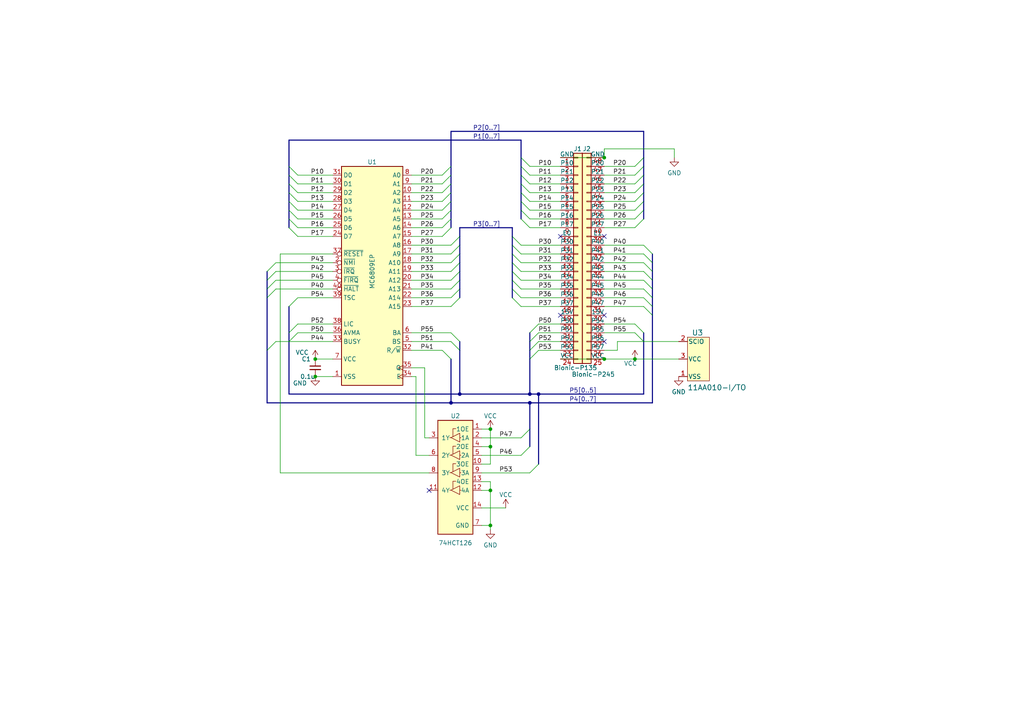
<source format=kicad_sch>
(kicad_sch (version 20230121) (generator eeschema)
  (paper "A4")
  (title_block (title "BionicMC6809E") (date "2022-01-18") (rev "3") (company "Tadashi G. Takaoka"))
  (lib_symbols
    (symbol "0-LocalLibrary:11AA010-I_TO" (pin_names (offset 0.254))
      (property "Reference" "U" (at 2.54 1.27 0))
      (property "Value" "11AA010-I/TO" (at 3.81 -13.97 0))
      (symbol "11AA010-I_TO_1_1"
        (rectangle (start 0 0) (end 6.35 -12.7) (fill (type background)))
        (pin power_in line (at -2.54 -11.43 0) (length 2.54) (name "VSS") (number "1"))
        (pin bidirectional line (at -2.54 -1.27 0) (length 2.54) (name "SCIO") (number "2"))
        (pin power_in line (at -2.54 -6.35 0) (length 2.54) (name "VCC") (number "3"))
      )
    )
    (symbol "0-LocalLibrary:74HCT126" (pin_names (offset 1.016))
      (property "Reference" "U" (at 0 16.51 0))
      (property "Value" "74HCT126" (at 0 -19.05 0))
      (symbol "74HCT126_0_1"
        (polyline (pts (xy -1.2954 10.2108) (xy -1.6002 10.2108)))
        (polyline (pts (xy 1.2954 10.2362) (xy 1.651 10.2362)))
        (polyline (pts (xy 0.7112 10.5664) (xy 0.7112 12.827) (xy -0.127 12.827) (xy -0.1016 12.827)))
      )
      (symbol "74HCT126_1_0"
        (polyline (pts (xy 1.27 10.2362) (xy -1.27 11.5062) (xy -1.27 8.9662) (xy 1.27 10.2362)) (stroke (width 0.1524)))
        (pin input line (at -7.62 12.7 0) (length 2.54) (name "1OE") (number "1"))
        (pin input line (at -7.62 2.54 0) (length 2.54) (name "3OE") (number "10"))
        (pin tri_state line (at 7.62 -5.08 180) (length 2.54) (name "4Y") (number "11"))
        (pin input line (at -7.62 -5.08 0) (length 2.54) (name "4A") (number "12"))
        (pin input line (at -7.62 -2.54 0) (length 2.54) (name "4OE") (number "13"))
        (pin power_in line (at -7.62 -10.16 0) (length 2.54) (name "VCC") (number "14"))
        (pin input line (at -7.62 10.16 0) (length 2.54) (name "1A") (number "2"))
        (pin tri_state line (at 7.62 10.16 180) (length 2.54) (name "1Y") (number "3"))
        (pin input line (at -7.62 7.62 0) (length 2.54) (name "2OE") (number "4"))
        (pin input line (at -7.62 5.08 0) (length 2.54) (name "2A") (number "5"))
        (pin tri_state line (at 7.62 5.08 180) (length 2.54) (name "2Y") (number "6"))
        (pin power_in line (at -7.62 -15.24 0) (length 2.54) (name "GND") (number "7"))
        (pin tri_state line (at 7.62 0 180) (length 2.54) (name "3Y") (number "8"))
        (pin input line (at -7.62 0 0) (length 2.54) (name "3A") (number "9"))
      )
      (symbol "74HCT126_1_1"
        (rectangle (start -5.08 15.24) (end 5.08 -17.78) (stroke (width 0.254)) (fill (type background)))
        (polyline (pts (xy -1.2954 -5.0292) (xy -1.6002 -5.0292)))
        (polyline (pts (xy -1.2954 0.0508) (xy -1.6002 0.0508)))
        (polyline (pts (xy -1.2954 5.1308) (xy -1.6002 5.1308)))
        (polyline (pts (xy 1.2954 -5.0038) (xy 1.651 -5.0038)))
        (polyline (pts (xy 1.2954 0.0762) (xy 1.651 0.0762)))
        (polyline (pts (xy 1.2954 5.1562) (xy 1.651 5.1562)))
        (polyline (pts (xy 0.7112 -4.6736) (xy 0.7112 -2.413) (xy -0.127 -2.413) (xy -0.1016 -2.413)))
        (polyline (pts (xy 0.7112 0.4064) (xy 0.7112 2.667) (xy -0.127 2.667) (xy -0.1016 2.667)))
        (polyline (pts (xy 0.7112 5.4864) (xy 0.7112 7.747) (xy -0.127 7.747) (xy -0.1016 7.747)))
        (polyline (pts (xy 1.27 -5.0038) (xy -1.27 -3.7338) (xy -1.27 -6.2738) (xy 1.27 -5.0038)) (stroke (width 0.1524)))
        (polyline (pts (xy 1.27 0.0762) (xy -1.27 1.3462) (xy -1.27 -1.1938) (xy 1.27 0.0762)) (stroke (width 0.1524)))
        (polyline (pts (xy 1.27 5.1562) (xy -1.27 6.4262) (xy -1.27 3.8862) (xy 1.27 5.1562)) (stroke (width 0.1524)))
      )
    )
    (symbol "0-LocalLibrary:Bionic-P135" (pin_names (offset 0))
      (property "Reference" "J" (at 0 30.48 0))
      (property "Value" "Bionic-P135" (at -1.27 -33.02 0))
      (symbol "Bionic-P135_1_1"
        (rectangle (start -1.27 -30.353) (end 0 -30.607) (stroke (width 0.1524)))
        (rectangle (start -1.27 -27.813) (end 0 -28.067) (stroke (width 0.1524)))
        (rectangle (start -1.27 -25.273) (end 0 -25.527) (stroke (width 0.1524)))
        (rectangle (start -1.27 -22.733) (end 0 -22.987) (stroke (width 0.1524)))
        (rectangle (start -1.27 -20.193) (end 0 -20.447) (stroke (width 0.1524)))
        (rectangle (start -1.27 -17.653) (end 0 -17.907) (stroke (width 0.1524)))
        (rectangle (start -1.27 -15.113) (end 0 -15.367) (stroke (width 0.1524)))
        (rectangle (start -1.27 -12.573) (end 0 -12.827) (stroke (width 0.1524)))
        (rectangle (start -1.27 -10.033) (end 0 -10.287) (stroke (width 0.1524)))
        (rectangle (start -1.27 -7.493) (end 0 -7.747) (stroke (width 0.1524)))
        (rectangle (start -1.27 -4.953) (end 0 -5.207) (stroke (width 0.1524)))
        (rectangle (start -1.27 -2.413) (end 0 -2.667) (stroke (width 0.1524)))
        (rectangle (start -1.27 0.127) (end 0 -0.127) (stroke (width 0.1524)))
        (rectangle (start -1.27 2.667) (end 0 2.413) (stroke (width 0.1524)))
        (rectangle (start -1.27 5.207) (end 0 4.953) (stroke (width 0.1524)))
        (rectangle (start -1.27 7.747) (end 0 7.493) (stroke (width 0.1524)))
        (rectangle (start -1.27 10.287) (end 0 10.033) (stroke (width 0.1524)))
        (rectangle (start -1.27 12.827) (end 0 12.573) (stroke (width 0.1524)))
        (rectangle (start -1.27 15.367) (end 0 15.113) (stroke (width 0.1524)))
        (rectangle (start -1.27 17.907) (end 0 17.653) (stroke (width 0.1524)))
        (rectangle (start -1.27 20.447) (end 0 20.193) (stroke (width 0.1524)))
        (rectangle (start -1.27 22.987) (end 0 22.733) (stroke (width 0.1524)))
        (rectangle (start -1.27 25.527) (end 0 25.273) (stroke (width 0.1524)))
        (rectangle (start -1.27 28.067) (end 0 27.813) (stroke (width 0.1524)))
        (rectangle (start -1.27 29.21) (end 1.27 -31.75) (stroke (width 0.254)) (fill (type background)))
        (pin power_out line (at -5.08 27.94 0) (length 3.81) (name "GND") (number "1"))
        (pin bidirectional line (at -5.08 5.08 0) (length 3.81) (name "E0") (number "10"))
        (pin bidirectional line (at -5.08 2.54 0) (length 3.81) (name "P30") (number "11"))
        (pin bidirectional line (at -5.08 0 0) (length 3.81) (name "P31") (number "12"))
        (pin bidirectional line (at -5.08 -2.54 0) (length 3.81) (name "P32") (number "13"))
        (pin bidirectional line (at -5.08 -5.08 0) (length 3.81) (name "P33") (number "14"))
        (pin bidirectional line (at -5.08 -7.62 0) (length 3.81) (name "P34") (number "15"))
        (pin bidirectional line (at -5.08 -10.16 0) (length 3.81) (name "P35") (number "16"))
        (pin bidirectional line (at -5.08 -12.7 0) (length 3.81) (name "P36") (number "17"))
        (pin bidirectional line (at -5.08 -15.24 0) (length 3.81) (name "P37") (number "18"))
        (pin power_out line (at -5.08 -17.78 0) (length 3.81) (name "15V") (number "19"))
        (pin bidirectional line (at -5.08 25.4 0) (length 3.81) (name "P10") (number "2"))
        (pin bidirectional line (at -5.08 -20.32 0) (length 3.81) (name "P50") (number "20"))
        (pin bidirectional line (at -5.08 -22.86 0) (length 3.81) (name "P51") (number "21"))
        (pin bidirectional line (at -5.08 -25.4 0) (length 3.81) (name "P52") (number "22"))
        (pin bidirectional line (at -5.08 -27.94 0) (length 3.81) (name "P53") (number "23"))
        (pin power_out line (at -5.08 -30.48 0) (length 3.81) (name "VCC") (number "24"))
        (pin bidirectional line (at -5.08 22.86 0) (length 3.81) (name "P11") (number "3"))
        (pin bidirectional line (at -5.08 20.32 0) (length 3.81) (name "P12") (number "4"))
        (pin bidirectional line (at -5.08 17.78 0) (length 3.81) (name "P13") (number "5"))
        (pin bidirectional line (at -5.08 15.24 0) (length 3.81) (name "P14") (number "6"))
        (pin bidirectional line (at -5.08 12.7 0) (length 3.81) (name "P15") (number "7"))
        (pin bidirectional line (at -5.08 10.16 0) (length 3.81) (name "P16") (number "8"))
        (pin bidirectional line (at -5.08 7.62 0) (length 3.81) (name "P17") (number "9"))
      )
    )
    (symbol "0-LocalLibrary:Bionic-P245" (pin_names (offset 0))
      (property "Reference" "J" (at -3.81 30.48 0))
      (property "Value" "Bionic-P245" (at -1.27 -33.02 0))
      (symbol "Bionic-P245_1_1"
        (rectangle (start -5.08 -31.75) (end -2.54 29.21) (stroke (width 0.254)) (fill (type background)))
        (rectangle (start -3.81 -30.607) (end -2.54 -30.353) (stroke (width 0.1524)))
        (rectangle (start -3.81 -28.067) (end -2.54 -27.813) (stroke (width 0.1524)))
        (rectangle (start -3.81 -25.527) (end -2.54 -25.273) (stroke (width 0.1524)))
        (rectangle (start -3.81 -22.987) (end -2.54 -22.733) (stroke (width 0.1524)))
        (rectangle (start -3.81 -20.447) (end -2.54 -20.193) (stroke (width 0.1524)))
        (rectangle (start -3.81 -17.907) (end -2.54 -17.653) (stroke (width 0.1524)))
        (rectangle (start -3.81 -15.367) (end -2.54 -15.113) (stroke (width 0.1524)))
        (rectangle (start -3.81 -12.827) (end -2.54 -12.573) (stroke (width 0.1524)))
        (rectangle (start -3.81 -10.287) (end -2.54 -10.033) (stroke (width 0.1524)))
        (rectangle (start -3.81 -7.747) (end -2.54 -7.493) (stroke (width 0.1524)))
        (rectangle (start -3.81 -5.207) (end -2.54 -4.953) (stroke (width 0.1524)))
        (rectangle (start -3.81 -2.667) (end -2.54 -2.413) (stroke (width 0.1524)))
        (rectangle (start -3.81 -0.127) (end -2.54 0.127) (stroke (width 0.1524)))
        (rectangle (start -3.81 2.413) (end -2.54 2.667) (stroke (width 0.1524)))
        (rectangle (start -3.81 4.953) (end -2.54 5.207) (stroke (width 0.1524)))
        (rectangle (start -3.81 7.493) (end -2.54 7.747) (stroke (width 0.1524)))
        (rectangle (start -3.81 10.033) (end -2.54 10.287) (stroke (width 0.1524)))
        (rectangle (start -3.81 12.573) (end -2.54 12.827) (stroke (width 0.1524)))
        (rectangle (start -3.81 15.113) (end -2.54 15.367) (stroke (width 0.1524)))
        (rectangle (start -3.81 17.653) (end -2.54 17.907) (stroke (width 0.1524)))
        (rectangle (start -3.81 20.193) (end -2.54 20.447) (stroke (width 0.1524)))
        (rectangle (start -3.81 22.733) (end -2.54 22.987) (stroke (width 0.1524)))
        (rectangle (start -3.81 25.273) (end -2.54 25.527) (stroke (width 0.1524)))
        (rectangle (start -3.81 27.813) (end -2.54 28.067) (stroke (width 0.1524)))
        (pin power_in line (at 1.27 -30.48 180) (length 3.81) (name "VCC") (number "25"))
        (pin bidirectional line (at 1.27 -27.94 180) (length 3.81) (name "P57") (number "26"))
        (pin bidirectional line (at 1.27 -25.4 180) (length 3.81) (name "P56") (number "27"))
        (pin bidirectional line (at 1.27 -22.86 180) (length 3.81) (name "P55") (number "28"))
        (pin bidirectional line (at 1.27 -20.32 180) (length 3.81) (name "P54") (number "29"))
        (pin power_in line (at 1.27 -17.78 180) (length 3.81) (name "15V") (number "30"))
        (pin bidirectional line (at 1.27 -15.24 180) (length 3.81) (name "P47") (number "31"))
        (pin bidirectional line (at 1.27 -12.7 180) (length 3.81) (name "P46") (number "32"))
        (pin bidirectional line (at 1.27 -10.16 180) (length 3.81) (name "P45") (number "33"))
        (pin bidirectional line (at 1.27 -7.62 180) (length 3.81) (name "P44") (number "34"))
        (pin bidirectional line (at 1.27 -5.08 180) (length 3.81) (name "P43") (number "35"))
        (pin bidirectional line (at 1.27 -2.54 180) (length 3.81) (name "P42") (number "36"))
        (pin bidirectional line (at 1.27 0 180) (length 3.81) (name "P41") (number "37"))
        (pin bidirectional line (at 1.27 2.54 180) (length 3.81) (name "P40") (number "38"))
        (pin bidirectional line (at 1.27 5.08 180) (length 3.81) (name "E1") (number "39"))
        (pin bidirectional line (at 1.27 7.62 180) (length 3.81) (name "P27") (number "40"))
        (pin bidirectional line (at 1.27 10.16 180) (length 3.81) (name "P26") (number "41"))
        (pin bidirectional line (at 1.27 12.7 180) (length 3.81) (name "P25") (number "42"))
        (pin bidirectional line (at 1.27 15.24 180) (length 3.81) (name "P24") (number "43"))
        (pin bidirectional line (at 1.27 17.78 180) (length 3.81) (name "P23") (number "44"))
        (pin bidirectional line (at 1.27 20.32 180) (length 3.81) (name "P22") (number "45"))
        (pin bidirectional line (at 1.27 22.86 180) (length 3.81) (name "P21") (number "46"))
        (pin bidirectional line (at 1.27 25.4 180) (length 3.81) (name "P20") (number "47"))
        (pin power_in line (at 1.27 27.94 180) (length 3.81) (name "GND") (number "48"))
      )
    )
    (symbol "0-LocalLibrary:MC6809EP"
      (property "Reference" "U" (at 0 31.75 0))
      (property "Value" "MC6809EP" (at 0 5.08 90))
      (symbol "MC6809EP_0_1"
        (rectangle (start -8.89 -33.02) (end 8.89 30.48) (stroke (width 0.254)) (fill (type background)))
      )
      (symbol "MC6809EP_1_1"
        (pin power_in line (at -11.43 -30.48 0) (length 2.54) (name "VSS") (number "1"))
        (pin output line (at 11.43 22.86 180) (length 2.54) (name "A2") (number "10"))
        (pin output line (at 11.43 20.32 180) (length 2.54) (name "A3") (number "11"))
        (pin output line (at 11.43 17.78 180) (length 2.54) (name "A4") (number "12"))
        (pin output line (at 11.43 15.24 180) (length 2.54) (name "A5") (number "13"))
        (pin output line (at 11.43 12.7 180) (length 2.54) (name "A6") (number "14"))
        (pin output line (at 11.43 10.16 180) (length 2.54) (name "A7") (number "15"))
        (pin output line (at 11.43 7.62 180) (length 2.54) (name "A8") (number "16"))
        (pin output line (at 11.43 5.08 180) (length 2.54) (name "A9") (number "17"))
        (pin output line (at 11.43 2.54 180) (length 2.54) (name "A10") (number "18"))
        (pin output line (at 11.43 0 180) (length 2.54) (name "A11") (number "19"))
        (pin input inverted (at -11.43 2.54 0) (length 2.54) (name "~{NMI}") (number "2"))
        (pin output line (at 11.43 -2.54 180) (length 2.54) (name "A12") (number "20"))
        (pin output line (at 11.43 -5.08 180) (length 2.54) (name "A13") (number "21"))
        (pin output line (at 11.43 -7.62 180) (length 2.54) (name "A14") (number "22"))
        (pin output line (at 11.43 -10.16 180) (length 2.54) (name "A15") (number "23"))
        (pin bidirectional line (at -11.43 10.16 0) (length 2.54) (name "D7") (number "24"))
        (pin bidirectional line (at -11.43 12.7 0) (length 2.54) (name "D6") (number "25"))
        (pin bidirectional line (at -11.43 15.24 0) (length 2.54) (name "D5") (number "26"))
        (pin bidirectional line (at -11.43 17.78 0) (length 2.54) (name "D4") (number "27"))
        (pin bidirectional line (at -11.43 20.32 0) (length 2.54) (name "D3") (number "28"))
        (pin bidirectional line (at -11.43 22.86 0) (length 2.54) (name "D2") (number "29"))
        (pin input inverted (at -11.43 0 0) (length 2.54) (name "~{IRQ}") (number "3"))
        (pin bidirectional line (at -11.43 25.4 0) (length 2.54) (name "D1") (number "30"))
        (pin bidirectional line (at -11.43 27.94 0) (length 2.54) (name "D0") (number "31"))
        (pin output line (at 11.43 -22.86 180) (length 2.54) (name "R/~{W}") (number "32"))
        (pin output line (at -11.43 -20.32 0) (length 2.54) (name "BUSY") (number "33"))
        (pin input clock (at 11.43 -30.48 180) (length 2.54) (name "E") (number "34"))
        (pin input clock (at 11.43 -27.94 180) (length 2.54) (name "Q") (number "35"))
        (pin output line (at -11.43 -17.78 0) (length 2.54) (name "AVMA") (number "36"))
        (pin input inverted (at -11.43 5.08 0) (length 2.54) (name "~{RESET}") (number "37"))
        (pin output line (at -11.43 -15.24 0) (length 2.54) (name "LIC") (number "38"))
        (pin input line (at -11.43 -7.62 0) (length 2.54) (name "TSC") (number "39"))
        (pin input inverted (at -11.43 -2.54 0) (length 2.54) (name "~{FIRQ}") (number "4"))
        (pin input inverted (at -11.43 -5.08 0) (length 2.54) (name "~{HALT}") (number "40"))
        (pin output line (at 11.43 -20.32 180) (length 2.54) (name "BS") (number "5"))
        (pin output line (at 11.43 -17.78 180) (length 2.54) (name "BA") (number "6"))
        (pin power_in line (at -11.43 -25.4 0) (length 2.54) (name "VCC") (number "7"))
        (pin output line (at 11.43 27.94 180) (length 2.54) (name "A0") (number "8"))
        (pin output line (at 11.43 25.4 180) (length 2.54) (name "A1") (number "9"))
      )
    )
    (symbol "Device:C_Small" (pin_numbers hide) (pin_names (offset 0.254) hide)
      (property "Reference" "C" (at 0.254 1.778 0))
      (property "Value" "C_Small" (at 0.254 -2.032 0))
      (symbol "C_Small_0_1"
        (polyline (pts (xy -1.524 -0.508) (xy 1.524 -0.508)) (stroke (width 0.3302)))
        (polyline (pts (xy -1.524 0.508) (xy 1.524 0.508)) (stroke (width 0.3048)))
      )
      (symbol "C_Small_1_1"
        (pin passive line (at 0 2.54 270) (length 2.032) (name "~") (number "1"))
        (pin passive line (at 0 -2.54 90) (length 2.032) (name "~") (number "2"))
      )
    )
    (symbol "GND_1" (power) (pin_names (offset 0))
      (property "Value" "GND_1" (at 0 -3.81 0))
      (symbol "GND_1_0_1"
        (polyline (pts (xy 0 0) (xy 0 -1.27) (xy 1.27 -1.27) (xy 0 -2.54) (xy -1.27 -1.27) (xy 0 -1.27)))
      )
      (symbol "GND_1_1_1"
        (pin power_in line (at 0 0 270) (length 0) hide (name "GND") (number "1"))
      )
    )
    (symbol "VCC_1" (power) (pin_names (offset 0))
      (property "Value" "VCC_1" (at 0 3.81 0))
      (symbol "VCC_1_0_1"
        (polyline (pts (xy -0.762 1.27) (xy 0 2.54)))
        (polyline (pts (xy 0 0) (xy 0 2.54)))
        (polyline (pts (xy 0 2.54) (xy 0.762 1.27)))
      )
      (symbol "VCC_1_1_1"
        (pin power_in line (at 0 0 90) (length 0) hide (name "VCC") (number "1"))
      )
    )
  )
  (junction (at 153.67 114.3))
  (junction (at 142.24 152.4))
  (junction (at 133.35 114.3))
  (junction (at 142.24 142.24))
  (junction (at 184.15 104.14))
  (junction (at 91.44 104.14))
  (junction (at 130.81 116.84))
  (junction (at 175.26 45.72))
  (junction (at 175.26 104.14))
  (junction (at 156.21 114.3))
  (junction (at 142.24 124.46))
  (junction (at 91.44 109.22))
  (junction (at 142.24 129.54))
  (junction (at 153.67 116.84))
  (no_connect (at 162.56 91.44))
  (no_connect (at 175.26 99.06))
  (no_connect (at 162.56 68.58))
  (no_connect (at 124.46 142.24))
  (no_connect (at 175.26 68.58))
  (no_connect (at 175.26 91.44))
  (bus_entry (at 130.81 53.34) (size -2.54 2.54))
  (bus_entry (at 186.69 76.2) (size 2.54 2.54))
  (bus_entry (at 130.81 104.14) (size -2.54 -2.54))
  (bus_entry (at 148.59 86.36) (size 2.54 2.54))
  (bus_entry (at 153.67 124.46) (size -2.54 2.54))
  (bus_entry (at 130.81 55.88) (size -2.54 2.54))
  (bus_entry (at 133.35 99.06) (size -2.54 -2.54))
  (bus_entry (at 156.21 101.6) (size -2.54 2.54))
  (bus_entry (at 130.81 63.5) (size -2.54 2.54))
  (bus_entry (at 186.69 58.42) (size -2.54 2.54))
  (bus_entry (at 186.69 55.88) (size -2.54 2.54))
  (bus_entry (at 130.81 66.04) (size -2.54 2.54))
  (bus_entry (at 153.67 53.34) (size -2.54 -2.54))
  (bus_entry (at 83.82 96.52) (size 2.54 -2.54))
  (bus_entry (at 86.36 55.88) (size -2.54 -2.54))
  (bus_entry (at 186.69 45.72) (size -2.54 2.54))
  (bus_entry (at 153.67 58.42) (size -2.54 -2.54))
  (bus_entry (at 130.81 76.2) (size 2.54 -2.54))
  (bus_entry (at 186.69 86.36) (size 2.54 2.54))
  (bus_entry (at 86.36 53.34) (size -2.54 -2.54))
  (bus_entry (at 130.81 83.82) (size 2.54 -2.54))
  (bus_entry (at 130.81 71.12) (size 2.54 -2.54))
  (bus_entry (at 148.59 81.28) (size 2.54 2.54))
  (bus_entry (at 130.81 99.06) (size 2.54 2.54))
  (bus_entry (at 153.67 50.8) (size -2.54 -2.54))
  (bus_entry (at 86.36 60.96) (size -2.54 -2.54))
  (bus_entry (at 186.69 88.9) (size 2.54 2.54))
  (bus_entry (at 153.67 96.52) (size 2.54 -2.54))
  (bus_entry (at 186.69 78.74) (size 2.54 2.54))
  (bus_entry (at 153.67 48.26) (size -2.54 -2.54))
  (bus_entry (at 86.36 58.42) (size -2.54 -2.54))
  (bus_entry (at 83.82 99.06) (size 2.54 -2.54))
  (bus_entry (at 148.59 78.74) (size 2.54 2.54))
  (bus_entry (at 77.47 101.6) (size 2.54 -2.54))
  (bus_entry (at 130.81 73.66) (size 2.54 -2.54))
  (bus_entry (at 130.81 60.96) (size -2.54 2.54))
  (bus_entry (at 186.69 60.96) (size -2.54 2.54))
  (bus_entry (at 80.01 76.2) (size -2.54 2.54))
  (bus_entry (at 186.69 73.66) (size 2.54 2.54))
  (bus_entry (at 153.67 101.6) (size 2.54 -2.54))
  (bus_entry (at 80.01 81.28) (size -2.54 2.54))
  (bus_entry (at 80.01 78.74) (size -2.54 2.54))
  (bus_entry (at 186.69 81.28) (size 2.54 2.54))
  (bus_entry (at 184.15 96.52) (size 2.54 2.54))
  (bus_entry (at 153.67 66.04) (size -2.54 -2.54))
  (bus_entry (at 86.36 66.04) (size -2.54 -2.54))
  (bus_entry (at 148.59 73.66) (size 2.54 2.54))
  (bus_entry (at 130.81 50.8) (size -2.54 2.54))
  (bus_entry (at 130.81 78.74) (size 2.54 -2.54))
  (bus_entry (at 86.36 50.8) (size -2.54 -2.54))
  (bus_entry (at 156.21 134.62) (size -2.54 2.54))
  (bus_entry (at 186.69 50.8) (size -2.54 2.54))
  (bus_entry (at 148.59 71.12) (size 2.54 2.54))
  (bus_entry (at 153.67 60.96) (size -2.54 -2.54))
  (bus_entry (at 186.69 53.34) (size -2.54 2.54))
  (bus_entry (at 151.13 71.12) (size -2.54 -2.54))
  (bus_entry (at 153.67 63.5) (size -2.54 -2.54))
  (bus_entry (at 186.69 71.12) (size 2.54 2.54))
  (bus_entry (at 153.67 99.06) (size 2.54 -2.54))
  (bus_entry (at 148.59 76.2) (size 2.54 2.54))
  (bus_entry (at 184.15 93.98) (size 2.54 2.54))
  (bus_entry (at 130.81 48.26) (size -2.54 2.54))
  (bus_entry (at 186.69 83.82) (size 2.54 2.54))
  (bus_entry (at 130.81 86.36) (size 2.54 -2.54))
  (bus_entry (at 130.81 88.9) (size 2.54 -2.54))
  (bus_entry (at 186.69 63.5) (size -2.54 2.54))
  (bus_entry (at 80.01 83.82) (size -2.54 2.54))
  (bus_entry (at 186.69 48.26) (size -2.54 2.54))
  (bus_entry (at 148.59 83.82) (size 2.54 2.54))
  (bus_entry (at 130.81 58.42) (size -2.54 2.54))
  (bus_entry (at 86.36 68.58) (size -2.54 -2.54))
  (bus_entry (at 86.36 63.5) (size -2.54 -2.54))
  (bus_entry (at 153.67 55.88) (size -2.54 -2.54))
  (bus_entry (at 153.67 129.54) (size -2.54 2.54))
  (bus_entry (at 83.82 88.9) (size 2.54 -2.54))
  (bus_entry (at 130.81 81.28) (size 2.54 -2.54))
  (wire (pts (xy 86.36 96.52) (xy 96.52 96.52)))
  (bus (pts (xy 133.35 83.82) (xy 133.35 86.36)))
  (wire (pts (xy 123.19 106.68) (xy 123.19 127)))
  (bus (pts (xy 151.13 58.42) (xy 151.13 60.96)))
  (wire (pts (xy 151.13 88.9) (xy 162.56 88.9)))
  (wire (pts (xy 139.7 137.16) (xy 153.67 137.16)))
  (wire (pts (xy 96.52 58.42) (xy 86.36 58.42)))
  (wire (pts (xy 142.24 124.46) (xy 142.24 129.54)))
  (bus (pts (xy 151.13 45.72) (xy 151.13 48.26)))
  (wire (pts (xy 162.56 76.2) (xy 151.13 76.2)))
  (wire (pts (xy 175.26 60.96) (xy 184.15 60.96)))
  (wire (pts (xy 162.56 48.26) (xy 153.67 48.26)))
  (bus (pts (xy 130.81 116.84) (xy 77.47 116.84)))
  (wire (pts (xy 119.38 68.58) (xy 128.27 68.58)))
  (wire (pts (xy 162.56 93.98) (xy 156.21 93.98)))
  (wire (pts (xy 119.38 78.74) (xy 130.81 78.74)))
  (bus (pts (xy 189.23 86.36) (xy 189.23 88.9)))
  (wire (pts (xy 175.26 104.14) (xy 184.15 104.14)))
  (bus (pts (xy 130.81 63.5) (xy 130.81 66.04)))
  (bus (pts (xy 133.35 101.6) (xy 133.35 114.3)))
  (bus (pts (xy 83.82 96.52) (xy 83.82 99.06)))
  (bus (pts (xy 189.23 76.2) (xy 189.23 78.74)))
  (bus (pts (xy 156.21 114.3) (xy 153.67 114.3)))
  (bus (pts (xy 83.82 50.8) (xy 83.82 53.34)))
  (bus (pts (xy 83.82 40.64) (xy 83.82 48.26)))
  (wire (pts (xy 142.24 153.67) (xy 142.24 152.4)))
  (bus (pts (xy 77.47 83.82) (xy 77.47 86.36)))
  (bus (pts (xy 186.69 99.06) (xy 186.69 114.3)))
  (bus (pts (xy 186.69 45.72) (xy 186.69 48.26)))
  (wire (pts (xy 139.7 132.08) (xy 151.13 132.08)))
  (wire (pts (xy 119.38 101.6) (xy 128.27 101.6)))
  (wire (pts (xy 175.26 43.18) (xy 175.26 45.72)))
  (bus (pts (xy 148.59 81.28) (xy 148.59 83.82)))
  (wire (pts (xy 80.01 83.82) (xy 96.52 83.82)))
  (bus (pts (xy 130.81 48.26) (xy 130.81 50.8)))
  (wire (pts (xy 162.56 104.14) (xy 175.26 104.14)))
  (bus (pts (xy 133.35 68.58) (xy 133.35 66.04)))
  (bus (pts (xy 186.69 55.88) (xy 186.69 58.42)))
  (wire (pts (xy 119.38 58.42) (xy 128.27 58.42)))
  (wire (pts (xy 175.26 55.88) (xy 184.15 55.88)))
  (bus (pts (xy 133.35 66.04) (xy 148.59 66.04)))
  (wire (pts (xy 175.26 81.28) (xy 186.69 81.28)))
  (wire (pts (xy 175.26 63.5) (xy 184.15 63.5)))
  (wire (pts (xy 83.82 99.06) (xy 96.52 99.06)))
  (wire (pts (xy 142.24 139.7) (xy 142.24 142.24)))
  (bus (pts (xy 153.67 116.84) (xy 189.23 116.84)))
  (wire (pts (xy 142.24 129.54) (xy 142.24 134.62)))
  (wire (pts (xy 142.24 129.54) (xy 139.7 129.54)))
  (bus (pts (xy 130.81 60.96) (xy 130.81 63.5)))
  (bus (pts (xy 186.69 50.8) (xy 186.69 53.34)))
  (wire (pts (xy 162.56 99.06) (xy 156.21 99.06)))
  (bus (pts (xy 83.82 60.96) (xy 83.82 63.5)))
  (bus (pts (xy 148.59 66.04) (xy 148.59 68.58)))
  (wire (pts (xy 162.56 78.74) (xy 151.13 78.74)))
  (wire (pts (xy 119.38 83.82) (xy 130.81 83.82)))
  (wire (pts (xy 139.7 127) (xy 151.13 127)))
  (bus (pts (xy 77.47 86.36) (xy 77.47 101.6)))
  (bus (pts (xy 148.59 71.12) (xy 148.59 73.66)))
  (bus (pts (xy 83.82 40.64) (xy 151.13 40.64)))
  (wire (pts (xy 175.26 78.74) (xy 186.69 78.74)))
  (wire (pts (xy 175.26 96.52) (xy 184.15 96.52)))
  (wire (pts (xy 175.26 71.12) (xy 186.69 71.12)))
  (wire (pts (xy 162.56 96.52) (xy 156.21 96.52)))
  (bus (pts (xy 130.81 38.1) (xy 130.81 48.26)))
  (wire (pts (xy 175.26 93.98) (xy 184.15 93.98)))
  (wire (pts (xy 80.01 99.06) (xy 83.82 99.06)))
  (bus (pts (xy 148.59 73.66) (xy 148.59 76.2)))
  (wire (pts (xy 162.56 50.8) (xy 153.67 50.8)))
  (bus (pts (xy 83.82 58.42) (xy 83.82 60.96)))
  (bus (pts (xy 83.82 63.5) (xy 83.82 66.04)))
  (wire (pts (xy 162.56 45.72) (xy 175.26 45.72)))
  (wire (pts (xy 175.26 48.26) (xy 184.15 48.26)))
  (wire (pts (xy 162.56 71.12) (xy 151.13 71.12)))
  (wire (pts (xy 139.7 142.24) (xy 142.24 142.24)))
  (wire (pts (xy 162.56 60.96) (xy 153.67 60.96)))
  (bus (pts (xy 186.69 48.26) (xy 186.69 50.8)))
  (wire (pts (xy 120.65 109.22) (xy 120.65 132.08)))
  (bus (pts (xy 186.69 96.52) (xy 186.69 99.06)))
  (bus (pts (xy 186.69 38.1) (xy 186.69 45.72)))
  (bus (pts (xy 133.35 76.2) (xy 133.35 78.74)))
  (bus (pts (xy 133.35 81.28) (xy 133.35 83.82)))
  (wire (pts (xy 142.24 142.24) (xy 142.24 152.4)))
  (wire (pts (xy 119.38 73.66) (xy 130.81 73.66)))
  (wire (pts (xy 175.26 101.6) (xy 179.07 101.6)))
  (bus (pts (xy 148.59 83.82) (xy 148.59 86.36)))
  (wire (pts (xy 96.52 63.5) (xy 86.36 63.5)))
  (wire (pts (xy 119.38 55.88) (xy 128.27 55.88)))
  (bus (pts (xy 153.67 96.52) (xy 153.67 99.06)))
  (wire (pts (xy 175.26 88.9) (xy 186.69 88.9)))
  (wire (pts (xy 96.52 60.96) (xy 86.36 60.96)))
  (wire (pts (xy 119.38 71.12) (xy 130.81 71.12)))
  (wire (pts (xy 195.58 43.18) (xy 195.58 45.72)))
  (bus (pts (xy 83.82 53.34) (xy 83.82 55.88)))
  (wire (pts (xy 119.38 76.2) (xy 130.81 76.2)))
  (wire (pts (xy 162.56 55.88) (xy 153.67 55.88)))
  (bus (pts (xy 133.35 73.66) (xy 133.35 76.2)))
  (wire (pts (xy 119.38 66.04) (xy 128.27 66.04)))
  (wire (pts (xy 162.56 81.28) (xy 151.13 81.28)))
  (bus (pts (xy 153.67 99.06) (xy 153.67 101.6)))
  (wire (pts (xy 119.38 60.96) (xy 128.27 60.96)))
  (bus (pts (xy 77.47 116.84) (xy 77.47 101.6)))
  (bus (pts (xy 83.82 88.9) (xy 83.82 96.52)))
  (bus (pts (xy 133.35 71.12) (xy 133.35 73.66)))
  (bus (pts (xy 153.67 124.46) (xy 153.67 116.84)))
  (bus (pts (xy 189.23 78.74) (xy 189.23 81.28)))
  (wire (pts (xy 96.52 55.88) (xy 86.36 55.88)))
  (bus (pts (xy 189.23 88.9) (xy 189.23 91.44)))
  (wire (pts (xy 184.15 104.14) (xy 196.85 104.14)))
  (bus (pts (xy 133.35 78.74) (xy 133.35 81.28)))
  (bus (pts (xy 83.82 114.3) (xy 133.35 114.3)))
  (bus (pts (xy 83.82 55.88) (xy 83.82 58.42)))
  (bus (pts (xy 186.69 58.42) (xy 186.69 60.96)))
  (wire (pts (xy 186.69 99.06) (xy 196.85 99.06)))
  (bus (pts (xy 189.23 91.44) (xy 189.23 116.84)))
  (bus (pts (xy 130.81 53.34) (xy 130.81 55.88)))
  (bus (pts (xy 130.81 116.84) (xy 153.67 116.84)))
  (wire (pts (xy 162.56 58.42) (xy 153.67 58.42)))
  (wire (pts (xy 162.56 83.82) (xy 151.13 83.82)))
  (wire (pts (xy 175.26 53.34) (xy 184.15 53.34)))
  (bus (pts (xy 130.81 104.14) (xy 130.81 116.84)))
  (wire (pts (xy 162.56 63.5) (xy 153.67 63.5)))
  (wire (pts (xy 96.52 68.58) (xy 86.36 68.58)))
  (wire (pts (xy 119.38 88.9) (xy 130.81 88.9)))
  (wire (pts (xy 119.38 86.36) (xy 130.81 86.36)))
  (wire (pts (xy 162.56 53.34) (xy 153.67 53.34)))
  (wire (pts (xy 120.65 132.08) (xy 124.46 132.08)))
  (wire (pts (xy 119.38 96.52) (xy 130.81 96.52)))
  (bus (pts (xy 130.81 50.8) (xy 130.81 53.34)))
  (bus (pts (xy 189.23 83.82) (xy 189.23 86.36)))
  (wire (pts (xy 142.24 134.62) (xy 139.7 134.62)))
  (wire (pts (xy 175.26 76.2) (xy 186.69 76.2)))
  (bus (pts (xy 148.59 78.74) (xy 148.59 81.28)))
  (bus (pts (xy 133.35 114.3) (xy 153.67 114.3)))
  (bus (pts (xy 133.35 99.06) (xy 133.35 101.6)))
  (bus (pts (xy 148.59 68.58) (xy 148.59 71.12)))
  (wire (pts (xy 80.01 81.28) (xy 96.52 81.28)))
  (wire (pts (xy 119.38 109.22) (xy 120.65 109.22)))
  (wire (pts (xy 175.26 73.66) (xy 186.69 73.66)))
  (wire (pts (xy 175.26 83.82) (xy 186.69 83.82)))
  (bus (pts (xy 77.47 78.74) (xy 77.47 81.28)))
  (wire (pts (xy 80.01 76.2) (xy 96.52 76.2)))
  (bus (pts (xy 151.13 53.34) (xy 151.13 55.88)))
  (bus (pts (xy 130.81 58.42) (xy 130.81 60.96)))
  (bus (pts (xy 189.23 73.66) (xy 189.23 76.2)))
  (wire (pts (xy 91.44 109.22) (xy 96.52 109.22)))
  (wire (pts (xy 96.52 50.8) (xy 86.36 50.8)))
  (wire (pts (xy 175.26 66.04) (xy 184.15 66.04)))
  (wire (pts (xy 81.28 73.66) (xy 96.52 73.66)))
  (wire (pts (xy 81.28 73.66) (xy 81.28 137.16)))
  (wire (pts (xy 86.36 93.98) (xy 96.52 93.98)))
  (wire (pts (xy 162.56 66.04) (xy 153.67 66.04)))
  (bus (pts (xy 130.81 38.1) (xy 186.69 38.1)))
  (bus (pts (xy 151.13 50.8) (xy 151.13 53.34)))
  (wire (pts (xy 139.7 124.46) (xy 142.24 124.46)))
  (bus (pts (xy 151.13 60.96) (xy 151.13 63.5)))
  (wire (pts (xy 119.38 53.34) (xy 128.27 53.34)))
  (wire (pts (xy 179.07 101.6) (xy 179.07 99.06)))
  (wire (pts (xy 80.01 78.74) (xy 96.52 78.74)))
  (bus (pts (xy 156.21 114.3) (xy 156.21 134.62)))
  (wire (pts (xy 175.26 43.18) (xy 195.58 43.18)))
  (wire (pts (xy 96.52 66.04) (xy 86.36 66.04)))
  (bus (pts (xy 189.23 81.28) (xy 189.23 83.82)))
  (wire (pts (xy 119.38 99.06) (xy 130.81 99.06)))
  (wire (pts (xy 119.38 81.28) (xy 130.81 81.28)))
  (bus (pts (xy 151.13 55.88) (xy 151.13 58.42)))
  (bus (pts (xy 133.35 68.58) (xy 133.35 71.12)))
  (bus (pts (xy 77.47 81.28) (xy 77.47 83.82)))
  (bus (pts (xy 83.82 99.06) (xy 83.82 114.3)))
  (bus (pts (xy 186.69 53.34) (xy 186.69 55.88)))
  (wire (pts (xy 175.26 86.36) (xy 186.69 86.36)))
  (wire (pts (xy 139.7 152.4) (xy 142.24 152.4)))
  (bus (pts (xy 151.13 48.26) (xy 151.13 50.8)))
  (wire (pts (xy 179.07 99.06) (xy 186.69 99.06)))
  (bus (pts (xy 186.69 114.3) (xy 156.21 114.3)))
  (wire (pts (xy 139.7 139.7) (xy 142.24 139.7)))
  (wire (pts (xy 86.36 86.36) (xy 96.52 86.36)))
  (wire (pts (xy 151.13 86.36) (xy 162.56 86.36)))
  (wire (pts (xy 139.7 147.32) (xy 146.685 147.32)))
  (wire (pts (xy 119.38 63.5) (xy 128.27 63.5)))
  (wire (pts (xy 91.44 104.14) (xy 96.52 104.14)))
  (bus (pts (xy 186.69 60.96) (xy 186.69 63.5)))
  (bus (pts (xy 153.67 129.54) (xy 153.67 124.46)))
  (bus (pts (xy 83.82 48.26) (xy 83.82 50.8)))
  (wire (pts (xy 81.28 137.16) (xy 124.46 137.16)))
  (bus (pts (xy 130.81 55.88) (xy 130.81 58.42)))
  (bus (pts (xy 151.13 40.64) (xy 151.13 45.72)))
  (wire (pts (xy 123.19 106.68) (xy 119.38 106.68)))
  (wire (pts (xy 96.52 53.34) (xy 86.36 53.34)))
  (wire (pts (xy 156.21 101.6) (xy 162.56 101.6)))
  (wire (pts (xy 175.26 50.8) (xy 184.15 50.8)))
  (wire (pts (xy 123.19 127) (xy 124.46 127)))
  (bus (pts (xy 153.67 101.6) (xy 153.67 104.14)))
  (bus (pts (xy 148.59 76.2) (xy 148.59 78.74)))
  (wire (pts (xy 175.26 58.42) (xy 184.15 58.42)))
  (wire (pts (xy 162.56 73.66) (xy 151.13 73.66)))
  (wire (pts (xy 119.38 50.8) (xy 128.27 50.8)))
  (bus (pts (xy 153.67 104.14) (xy 153.67 114.3)))
  (label "P50" (at 93.98 96.52 180))
  (label "P50" (at 160.02 93.98 180))
  (label "P13" (at 160.02 55.88 180))
  (label "P43" (at 177.8 78.74 0))
  (label "P22" (at 177.8 53.34 0))
  (label "P33" (at 160.02 78.74 180))
  (label "P55" (at 177.8 96.52 0))
  (label "P2[0..7]" (at 137.16 38.1 0))
  (label "P23" (at 121.92 58.42 0))
  (label "P22" (at 121.92 55.88 0))
  (label "P27" (at 121.92 68.58 0))
  (label "P37" (at 121.92 88.9 0))
  (label "P26" (at 177.8 63.5 0))
  (label "P31" (at 121.92 73.66 0))
  (label "P36" (at 160.02 86.36 180))
  (label "P20" (at 177.8 48.26 0))
  (label "P26" (at 121.92 66.04 0))
  (label "P24" (at 121.92 60.96 0))
  (label "P51" (at 160.02 96.52 180))
  (label "P40" (at 93.98 83.82 180))
  (label "P16" (at 93.98 66.04 180))
  (label "P34" (at 121.92 81.28 0))
  (label "P25" (at 177.8 60.96 0))
  (label "P44" (at 93.98 99.06 180))
  (label "P23" (at 177.8 55.88 0))
  (label "P25" (at 121.92 63.5 0))
  (label "P21" (at 121.92 53.34 0))
  (label "P42" (at 93.98 78.74 180))
  (label "P53" (at 160.02 101.6 180))
  (label "P11" (at 93.98 53.34 180))
  (label "P41" (at 177.8 73.66 0))
  (label "P12" (at 160.02 53.34 180))
  (label "P12" (at 93.98 55.88 180))
  (label "P21" (at 177.8 50.8 0))
  (label "P36" (at 121.92 86.36 0))
  (label "P32" (at 121.92 76.2 0))
  (label "P31" (at 160.02 73.66 180))
  (label "P17" (at 93.98 68.58 180))
  (label "P43" (at 93.98 76.2 180))
  (label "P10" (at 93.98 50.8 180))
  (label "P15" (at 93.98 63.5 180))
  (label "P34" (at 160.02 81.28 180))
  (label "P55" (at 121.92 96.52 0))
  (label "P35" (at 121.92 83.82 0))
  (label "P16" (at 160.02 63.5 180))
  (label "P40" (at 177.8 71.12 0))
  (label "P37" (at 160.02 88.9 180))
  (label "P27" (at 177.8 66.04 0))
  (label "P42" (at 177.8 76.2 0))
  (label "P54" (at 93.98 86.36 180))
  (label "P3[0..7]" (at 137.16 66.04 0))
  (label "P52" (at 93.98 93.98 180))
  (label "P1[0..7]" (at 137.16 40.64 0))
  (label "P30" (at 160.02 71.12 180))
  (label "P41" (at 121.92 101.6 0))
  (label "P13" (at 93.98 58.42 180))
  (label "P45" (at 93.98 81.28 180))
  (label "P14" (at 93.98 60.96 180))
  (label "P35" (at 160.02 83.82 180))
  (label "P47" (at 177.8 88.9 0))
  (label "P54" (at 177.8 93.98 0))
  (label "P4[0..7]" (at 165.1 116.84 0))
  (label "P47" (at 144.78 127 0))
  (label "P17" (at 160.02 66.04 180))
  (label "P11" (at 160.02 50.8 180))
  (label "P5[0..5]" (at 165.1 114.3 0))
  (label "P44" (at 177.8 81.28 0))
  (label "P53" (at 144.78 137.16 0))
  (label "P15" (at 160.02 60.96 180))
  (label "P30" (at 121.92 71.12 0))
  (label "P46" (at 177.8 86.36 0))
  (label "P51" (at 121.92 99.06 0))
  (label "P46" (at 144.78 132.08 0))
  (label "P10" (at 160.02 48.26 180))
  (label "P14" (at 160.02 58.42 180))
  (label "P20" (at 121.92 50.8 0))
  (label "P45" (at 177.8 83.82 0))
  (label "P32" (at 160.02 76.2 180))
  (label "P33" (at 121.92 78.74 0))
  (label "P24" (at 177.8 58.42 0))
  (label "P52" (at 160.02 99.06 180))
  (symbol (lib_id "Device:C_Small") (at 91.44 106.68 0) (mirror y) (unit 1)
    (property "Reference" "C1" (at 90.17 104.14 0) (effects (justify left)))
    (property "Value" "0.1u" (at 91.44 109.22 0) (effects (justify left)))
    (property "Footprint" "Capacitor_THT:C_Disc_D3.4mm_W2.1mm_P2.50mm" (effects hide))
  )
  (symbol (lib_id "0-LocalLibrary:74HCT126") (at 132.08 137.16 0) (mirror y) (unit 1)
    (property "Reference" "U2" (at 132.08 120.65 0))
    (property "Value" "74HCT126" (at 132.08 157.48 0))
    (property "Footprint" "Package_DIP:DIP-14_W7.62mm" (effects hide))
    (property "Datasheet" "https://www.ti.com/lit/ds/symlink/cd74hct126.pdf" (effects hide))
  )
  (symbol (lib_id "0-LocalLibrary:MC6809EP") (at 107.95 78.74 0) (unit 1)
    (property "Reference" "U1" (at 107.95 46.99 0))
    (property "Value" "MC6809EP" (at 107.95 78.74 90))
    (property "Footprint" "Package_DIP:DIP-40_W15.24mm" (effects hide))
    (property "Datasheet" "https://colorcomputerarchive.com/repo/Documents/Datasheets/MC6809E%20HMOS%208%20Bit%20Microprocessor%20(Motorola).pdf" (effects hide))
  )
  (symbol (lib_name "GND_1") (lib_id "power:GND") (at 195.58 45.72 0) (unit 1)
    (property "Reference" "#PWR011" (effects hide))
    (property "Value" "GND" (at 195.58 50.165 0))
  )
  (symbol (lib_name "VCC_1") (lib_id "power:VCC") (at 184.15 104.14 0) (unit 1)
    (property "Reference" "#PWR01" (effects hide))
    (property "Value" "VCC" (at 182.88 105.41 0))
  )
  (symbol (lib_name "GND_1") (lib_id "power:GND") (at 142.24 153.67 0) (unit 1)
    (property "Reference" "#PWR012" (effects hide))
    (property "Value" "GND" (at 142.24 158.115 0))
  )
  (symbol (lib_name "VCC_1") (lib_id "power:VCC") (at 142.24 124.46 0) (unit 1)
    (property "Reference" "#PWR05" (effects hide))
    (property "Value" "VCC" (at 142.24 120.65 0))
  )
  (symbol (lib_name "VCC_1") (lib_id "power:VCC") (at 91.44 104.14 0) (unit 1)
    (property "Reference" "#PWR010" (effects hide))
    (property "Value" "VCC" (at 87.63 102.235 0))
  )
  (symbol (lib_id "0-LocalLibrary:Bionic-P135") (at 167.64 73.66 0) (unit 1)
    (property "Reference" "J1" (at 166.37 43.18 0) (effects (justify left)))
    (property "Value" "Bionic-P135" (at 160.655 106.68 0) (effects (justify left)))
    (property "Footprint" "connector:Bionic-P135_Vertical" (effects hide))
  )
  (symbol (lib_id "0-LocalLibrary:11AA010-I_TO") (at 199.39 97.79 0) (unit 1)
    (property "Reference" "U3" (at 200.66 96.52 0) (effects (font (size 1.524 1.524)) (justify left)))
    (property "Value" "11AA010-I/TO" (at 199.39 112.395 0) (effects (font (size 1.524 1.524)) (justify left)))
    (property "Footprint" "TO-92_MC_MCH" (effects hide))
    (property "Datasheet" "11AA010-I/TO" (effects hide))
  )
  (symbol (lib_name "VCC_1") (lib_id "power:VCC") (at 146.685 147.32 0) (unit 1)
    (property "Reference" "#PWR09" (effects hide))
    (property "Value" "VCC" (at 146.685 143.51 0))
  )
  (symbol (lib_name "GND_1") (lib_id "power:GND") (at 196.85 109.22 0) (unit 1)
    (property "Reference" "#PWR02" (effects hide))
    (property "Value" "GND" (at 196.85 113.665 0))
  )
  (symbol (lib_name "GND_1") (lib_id "power:GND") (at 91.44 109.22 0) (unit 1)
    (property "Reference" "#PWR013" (effects hide))
    (property "Value" "GND" (at 86.995 111.125 0))
  )
  (symbol (lib_id "0-LocalLibrary:Bionic-P245") (at 173.99 73.66 0) (unit 1)
    (property "Reference" "J2" (at 170.18 43.18 0))
    (property "Value" "Bionic-P245" (at 172.085 108.585 0))
    (property "Footprint" "connector:Bionic-P245_Vertical" (effects hide))
  )
)
</source>
